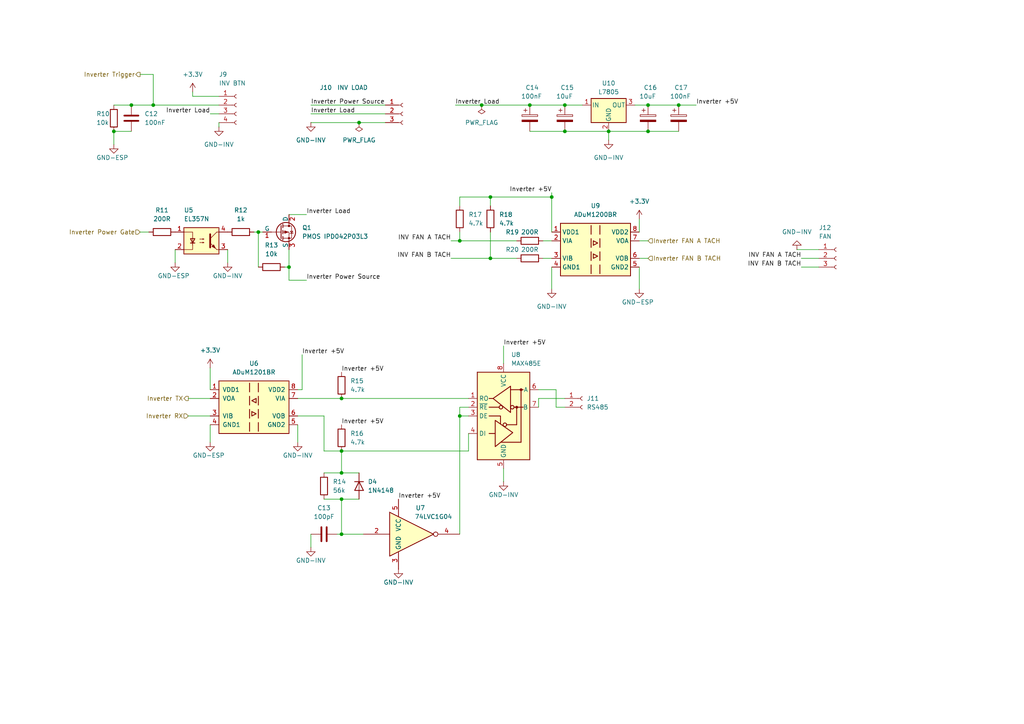
<source format=kicad_sch>
(kicad_sch (version 20241209) (generator "eeschema") (generator_version "9.0")
  (paper "A4")
  (lib_symbols
    (symbol "74xGxx:74LVC1G04"
      (property "Reference" "U" (at 0 7.62 0))
      (property "Value" "74LVC1G04" (at 5.08 -7.62 0))
      (symbol "74LVC1G04_0_1"
        (polyline (pts (xy -7.62 6.35) (xy -7.62 -6.35) (xy 5.08 0) (xy -7.62 6.35)) (stroke (width 0.254)) (fill (type background)))
      )
      (symbol "74LVC1G04_1_1"
        (pin input line (at -15.24 0 0) (length 7.62) (name "~") (number "2"))
        (pin power_in line (at -5.08 10.16 270) (length 5.08) (name "VCC") (number "5"))
        (pin power_in line (at -5.08 -10.16 90) (length 5.08) (name "GND") (number "3"))
        (pin output inverted (at 12.7 0 180) (length 7.62) (name "~") (number "4"))
      )
    )
    (symbol "Connector:Conn_01x02_Socket" (pin_names (offset 1.016) (hide yes))
      (property "Reference" "J" (at 0 2.54 0))
      (property "Value" "Conn_01x02_Socket" (at 0 -5.08 0))
      (symbol "Conn_01x02_Socket_1_1"
        (polyline (pts (xy -1.27 0) (xy -0.508 0)) (stroke (width 0.1524)))
        (polyline (pts (xy -1.27 -2.54) (xy -0.508 -2.54)) (stroke (width 0.1524)))
        (arc (start 0 -0.508) (mid -0.5058 0) (end 0 0.508) (stroke (width 0.1524)))
        (arc (start 0 -3.048) (mid -0.5058 -2.54) (end 0 -2.032) (stroke (width 0.1524)))
        (pin passive line (at -5.08 0 0) (length 3.81) (name "Pin_1") (number "1"))
        (pin passive line (at -5.08 -2.54 0) (length 3.81) (name "Pin_2") (number "2"))
      )
    )
    (symbol "Connector:Conn_01x03_Socket" (pin_names (offset 1.016) (hide yes))
      (property "Reference" "J" (at 0 5.08 0))
      (property "Value" "Conn_01x03_Socket" (at 0 -5.08 0))
      (symbol "Conn_01x03_Socket_1_1"
        (polyline (pts (xy -1.27 2.54) (xy -0.508 2.54)) (stroke (width 0.1524)))
        (polyline (pts (xy -1.27 0) (xy -0.508 0)) (stroke (width 0.1524)))
        (polyline (pts (xy -1.27 -2.54) (xy -0.508 -2.54)) (stroke (width 0.1524)))
        (arc (start 0 2.032) (mid -0.5058 2.54) (end 0 3.048) (stroke (width 0.1524)))
        (arc (start 0 -0.508) (mid -0.5058 0) (end 0 0.508) (stroke (width 0.1524)))
        (arc (start 0 -3.048) (mid -0.5058 -2.54) (end 0 -2.032) (stroke (width 0.1524)))
        (pin passive line (at -5.08 2.54 0) (length 3.81) (name "Pin_1") (number "1"))
        (pin passive line (at -5.08 0 0) (length 3.81) (name "Pin_2") (number "2"))
        (pin passive line (at -5.08 -2.54 0) (length 3.81) (name "Pin_3") (number "3"))
      )
    )
    (symbol "Connector:Conn_01x04_Socket" (pin_names (offset 1.016) (hide yes))
      (property "Reference" "J" (at 0 5.08 0))
      (property "Value" "Conn_01x04_Socket" (at 0 -7.62 0))
      (symbol "Conn_01x04_Socket_1_1"
        (polyline (pts (xy -1.27 2.54) (xy -0.508 2.54)) (stroke (width 0.1524)))
        (polyline (pts (xy -1.27 0) (xy -0.508 0)) (stroke (width 0.1524)))
        (polyline (pts (xy -1.27 -2.54) (xy -0.508 -2.54)) (stroke (width 0.1524)))
        (polyline (pts (xy -1.27 -5.08) (xy -0.508 -5.08)) (stroke (width 0.1524)))
        (arc (start 0 2.032) (mid -0.5058 2.54) (end 0 3.048) (stroke (width 0.1524)))
        (arc (start 0 -0.508) (mid -0.5058 0) (end 0 0.508) (stroke (width 0.1524)))
        (arc (start 0 -3.048) (mid -0.5058 -2.54) (end 0 -2.032) (stroke (width 0.1524)))
        (arc (start 0 -5.588) (mid -0.5058 -5.08) (end 0 -4.572) (stroke (width 0.1524)))
        (pin passive line (at -5.08 2.54 0) (length 3.81) (name "Pin_1") (number "1"))
        (pin passive line (at -5.08 0 0) (length 3.81) (name "Pin_2") (number "2"))
        (pin passive line (at -5.08 -2.54 0) (length 3.81) (name "Pin_3") (number "3"))
        (pin passive line (at -5.08 -5.08 0) (length 3.81) (name "Pin_4") (number "4"))
      )
    )
    (symbol "Device:C" (pin_numbers (hide yes)) (pin_names (offset 0.254))
      (property "Reference" "C" (at 0.635 2.54 0))
      (property "Value" "C" (at 0.635 -2.54 0))
      (symbol "C_0_1"
        (polyline (pts (xy -2.032 0.762) (xy 2.032 0.762)) (stroke (width 0.508)))
        (polyline (pts (xy -2.032 -0.762) (xy 2.032 -0.762)) (stroke (width 0.508)))
      )
      (symbol "C_1_1"
        (pin passive line (at 0 3.81 270) (length 2.794) (name "~") (number "1"))
        (pin passive line (at 0 -3.81 90) (length 2.794) (name "~") (number "2"))
      )
    )
    (symbol "Device:C_Polarized" (pin_numbers (hide yes)) (pin_names (offset 0.254))
      (property "Reference" "C" (at 0.635 2.54 0))
      (property "Value" "C_Polarized" (at 0.635 -2.54 0))
      (symbol "C_Polarized_0_1"
        (rectangle (start -2.286 0.508) (end 2.286 1.016))
        (polyline (pts (xy -1.778 2.286) (xy -0.762 2.286)))
        (polyline (pts (xy -1.27 2.794) (xy -1.27 1.778)))
        (rectangle (start 2.286 -0.508) (end -2.286 -1.016) (fill (type outline)))
      )
      (symbol "C_Polarized_1_1"
        (pin passive line (at 0 3.81 270) (length 2.794) (name "~") (number "1"))
        (pin passive line (at 0 -3.81 90) (length 2.794) (name "~") (number "2"))
      )
    )
    (symbol "Device:D" (pin_numbers (hide yes)) (pin_names (offset 1.016) (hide yes))
      (property "Reference" "D" (at 0 2.54 0))
      (property "Value" "D" (at 0 -2.54 0))
      (symbol "D_0_1"
        (polyline (pts (xy -1.27 1.27) (xy -1.27 -1.27)) (stroke (width 0.254)))
        (polyline (pts (xy 1.27 1.27) (xy 1.27 -1.27) (xy -1.27 0) (xy 1.27 1.27)) (stroke (width 0.254)))
        (polyline (pts (xy 1.27 0) (xy -1.27 0)))
      )
      (symbol "D_1_1"
        (pin passive line (at -3.81 0 0) (length 2.54) (name "K") (number "1"))
        (pin passive line (at 3.81 0 180) (length 2.54) (name "A") (number "2"))
      )
    )
    (symbol "Device:R" (pin_numbers (hide yes)) (pin_names (offset 0))
      (property "Reference" "R" (at 2.032 0 90))
      (property "Value" "R" (at 0 0 90))
      (symbol "R_0_1"
        (rectangle (start -1.016 -2.54) (end 1.016 2.54) (stroke (width 0.254)))
      )
      (symbol "R_1_1"
        (pin passive line (at 0 3.81 270) (length 1.27) (name "~") (number "1"))
        (pin passive line (at 0 -3.81 90) (length 1.27) (name "~") (number "2"))
      )
    )
    (symbol "Interface_UART:MAX485E"
      (property "Reference" "U" (at -6.985 13.97 0))
      (property "Value" "MAX485E" (at 1.905 13.97 0))
      (symbol "MAX485E_0_1"
        (rectangle (start -7.62 12.7) (end 7.62 -12.7) (stroke (width 0.254)) (fill (type background)))
        (polyline (pts (xy -4.191 2.54) (xy -1.27 2.54)) (stroke (width 0.254)))
        (polyline (pts (xy -4.191 0) (xy -0.889 0) (xy -0.889 -2.286)) (stroke (width 0.254)))
        (polyline (pts (xy -3.175 5.08) (xy -4.191 5.08) (xy -4.064 5.08)) (stroke (width 0.254)))
        (polyline (pts (xy -2.54 -5.08) (xy -4.191 -5.08)) (stroke (width 0.254)))
        (polyline (pts (xy -2.413 -5.08) (xy -2.413 -1.27) (xy 2.667 -4.826) (xy -2.413 -8.89) (xy -2.413 -5.08)) (stroke (width 0.254)))
        (polyline (pts (xy -0.635 -7.62) (xy 5.08 -7.62)) (stroke (width 0.254)))
        (circle (center 0.381 -2.54) (radius 0.508) (stroke (width 0.254)))
        (polyline (pts (xy 0.889 -2.54) (xy 3.81 -2.54)) (stroke (width 0.254)))
        (polyline (pts (xy 2.032 7.62) (xy 5.715 7.62)) (stroke (width 0.254)))
        (polyline (pts (xy 3.048 2.54) (xy 5.715 2.54)) (stroke (width 0.254)))
        (circle (center 3.81 2.54) (radius 0.2794) (stroke (width 0.254)) (fill (type outline)))
        (polyline (pts (xy 3.81 -2.54) (xy 3.81 2.54)) (stroke (width 0.254)))
        (polyline (pts (xy 5.08 -7.62) (xy 5.08 7.62)) (stroke (width 0.254)))
      )
      (symbol "MAX485E_1_1"
        (circle (center -0.762 2.54) (radius 0.508) (stroke (width 0.254)))
        (polyline (pts (xy 2.032 4.826) (xy 2.032 8.636) (xy -3.048 5.08) (xy 2.032 1.016) (xy 2.032 4.826)) (stroke (width 0.254)))
        (circle (center 2.54 2.54) (radius 0.508) (stroke (width 0.254)))
        (circle (center 5.08 7.62) (radius 0.2794) (stroke (width 0.254)) (fill (type outline)))
        (pin output line (at -10.16 5.08 0) (length 2.54) (name "RO") (number "1"))
        (pin input line (at -10.16 2.54 0) (length 2.54) (name "~{RE}") (number "2"))
        (pin input line (at -10.16 0 0) (length 2.54) (name "DE") (number "3"))
        (pin input line (at -10.16 -5.08 0) (length 2.54) (name "DI") (number "4"))
        (pin power_in line (at 0 15.24 270) (length 2.54) (name "VCC") (number "8"))
        (pin power_in line (at 0 -15.24 90) (length 2.54) (name "GND") (number "5"))
        (pin bidirectional line (at 10.16 7.62 180) (length 2.54) (name "A") (number "6"))
        (pin bidirectional line (at 10.16 2.54 180) (length 2.54) (name "B") (number "7"))
      )
    )
    (symbol "Isolator:ADuM1200BR"
      (property "Reference" "U" (at -10.16 8.89 0))
      (property "Value" "ADuM1200BR" (at -2.032 8.89 0))
      (symbol "ADuM1200BR_0_1"
        (rectangle (start -10.16 7.62) (end 10.16 -7.62) (stroke (width 0.254)) (fill (type background)))
        (polyline (pts (xy -1.27 6.985) (xy -1.27 4.445)) (stroke (width 0.254)))
        (polyline (pts (xy -1.27 3.175) (xy -1.27 0.635)) (stroke (width 0.254)))
        (polyline (pts (xy -1.27 -0.635) (xy -1.27 -3.175)) (stroke (width 0.254)))
        (polyline (pts (xy -1.27 -4.445) (xy -1.27 -6.985)) (stroke (width 0.254)))
        (polyline (pts (xy -0.635 1.27) (xy 0.635 1.905) (xy -0.635 2.54) (xy -0.635 1.27)) (stroke (width 0.254)))
        (polyline (pts (xy -0.635 -1.27) (xy -0.635 -2.54) (xy 0.635 -1.905) (xy -0.635 -1.27)) (stroke (width 0.254)))
        (polyline (pts (xy 1.27 6.985) (xy 1.27 4.445)) (stroke (width 0.254)))
        (polyline (pts (xy 1.27 3.175) (xy 1.27 0.635)) (stroke (width 0.254)))
        (polyline (pts (xy 1.27 -0.635) (xy 1.27 -3.175)) (stroke (width 0.254)))
        (polyline (pts (xy 1.27 -4.445) (xy 1.27 -6.985)) (stroke (width 0.254)))
      )
      (symbol "ADuM1200BR_1_1"
        (pin power_in line (at -12.7 5.08 0) (length 2.54) (name "VDD1") (number "1"))
        (pin input line (at -12.7 2.54 0) (length 2.54) (name "VIA") (number "2"))
        (pin input line (at -12.7 -2.54 0) (length 2.54) (name "VIB") (number "3"))
        (pin power_in line (at -12.7 -5.08 0) (length 2.54) (name "GND1") (number "4"))
        (pin power_in line (at 12.7 5.08 180) (length 2.54) (name "VDD2") (number "8"))
        (pin output line (at 12.7 2.54 180) (length 2.54) (name "VOA") (number "7"))
        (pin output line (at 12.7 -2.54 180) (length 2.54) (name "VOB") (number "6"))
        (pin power_in line (at 12.7 -5.08 180) (length 2.54) (name "GND2") (number "5"))
      )
    )
    (symbol "Isolator:ADuM1201BR" (pin_names (offset 1.016))
      (property "Reference" "U" (at -10.16 8.89 0))
      (property "Value" "ADuM1201BR" (at -2.032 8.89 0))
      (symbol "ADuM1201BR_0_1"
        (rectangle (start -10.16 7.62) (end 10.16 -7.62) (stroke (width 0.254)) (fill (type background)))
        (polyline (pts (xy -1.27 6.985) (xy -1.27 4.445)) (stroke (width 0.254)))
        (polyline (pts (xy -1.27 3.175) (xy -1.27 0.635)) (stroke (width 0.254)))
        (polyline (pts (xy -1.27 -0.635) (xy -1.27 -3.175)) (stroke (width 0.254)))
        (polyline (pts (xy -1.27 -4.445) (xy -1.27 -6.985)) (stroke (width 0.254)))
        (polyline (pts (xy -0.635 -1.27) (xy -0.635 -2.54) (xy 0.635 -1.905) (xy -0.635 -1.27)) (stroke (width 0.254)))
        (polyline (pts (xy 0.635 2.54) (xy 0.635 1.27) (xy -0.635 1.905) (xy 0.635 2.54)) (stroke (width 0.254)))
        (polyline (pts (xy 1.27 6.985) (xy 1.27 4.445)) (stroke (width 0.254)))
        (polyline (pts (xy 1.27 3.175) (xy 1.27 0.635)) (stroke (width 0.254)))
        (polyline (pts (xy 1.27 -0.635) (xy 1.27 -3.175)) (stroke (width 0.254)))
        (polyline (pts (xy 1.27 -4.445) (xy 1.27 -6.985)) (stroke (width 0.254)))
      )
      (symbol "ADuM1201BR_1_1"
        (pin power_in line (at -12.7 5.08 0) (length 2.54) (name "VDD1") (number "1"))
        (pin output line (at -12.7 2.54 0) (length 2.54) (name "VOA") (number "2"))
        (pin input line (at -12.7 -2.54 0) (length 2.54) (name "VIB") (number "3"))
        (pin power_in line (at -12.7 -5.08 0) (length 2.54) (name "GND1") (number "4"))
        (pin power_in line (at 12.7 5.08 180) (length 2.54) (name "VDD2") (number "8"))
        (pin input line (at 12.7 2.54 180) (length 2.54) (name "VIA") (number "7"))
        (pin output line (at 12.7 -2.54 180) (length 2.54) (name "VOB") (number "6"))
        (pin power_in line (at 12.7 -5.08 180) (length 2.54) (name "GND2") (number "5"))
      )
    )
    (symbol "Isolator:SFH617A-1" (pin_names (offset 1.016))
      (property "Reference" "U" (at -5.08 5.08 0))
      (property "Value" "SFH617A-1" (at 0 5.08 0))
      (symbol "SFH617A-1_0_1"
        (rectangle (start -5.08 3.81) (end 5.08 -3.81) (stroke (width 0.254)) (fill (type background)))
        (polyline (pts (xy -5.08 2.54) (xy -2.54 2.54) (xy -2.54 -1.27) (xy -2.54 0.635)))
        (polyline (pts (xy -3.175 -0.635) (xy -1.905 -0.635)) (stroke (width 0.254)))
        (polyline (pts (xy -2.54 -0.635) (xy -3.175 0.635) (xy -1.905 0.635) (xy -2.54 -0.635)) (stroke (width 0.254)))
        (polyline (pts (xy -2.54 -0.635) (xy -2.54 -2.54) (xy -5.08 -2.54)))
        (polyline (pts (xy -0.508 0.508) (xy 0.762 0.508) (xy 0.381 0.381) (xy 0.381 0.635) (xy 0.762 0.508)))
        (polyline (pts (xy -0.508 -0.508) (xy 0.762 -0.508) (xy 0.381 -0.635) (xy 0.381 -0.381) (xy 0.762 -0.508)))
        (polyline (pts (xy 2.54 1.905) (xy 2.54 -1.905) (xy 2.54 -1.905)) (stroke (width 0.508)))
        (polyline (pts (xy 2.54 0.635) (xy 4.445 2.54)))
        (polyline (pts (xy 3.048 -1.651) (xy 3.556 -1.143) (xy 4.064 -2.159) (xy 3.048 -1.651) (xy 3.048 -1.651)) (fill (type outline)))
        (polyline (pts (xy 4.445 2.54) (xy 5.08 2.54)))
        (polyline (pts (xy 4.445 -2.54) (xy 5.08 -2.54)))
        (polyline (pts (xy 4.445 -2.54) (xy 2.54 -0.635)) (fill (type outline)))
      )
      (symbol "SFH617A-1_1_1"
        (pin passive line (at -7.62 2.54 0) (length 2.54) (name "~") (number "1"))
        (pin passive line (at -7.62 -2.54 0) (length 2.54) (name "~") (number "2"))
        (pin passive line (at 7.62 2.54 180) (length 2.54) (name "~") (number "4"))
        (pin passive line (at 7.62 -2.54 180) (length 2.54) (name "~") (number "3"))
      )
    )
    (symbol "Regulator_Linear:L7805" (pin_names (offset 0.254))
      (property "Reference" "U" (at -3.81 3.175 0))
      (property "Value" "L7805" (at 0 3.175 0))
      (symbol "L7805_0_1"
        (rectangle (start -5.08 1.905) (end 5.08 -5.08) (stroke (width 0.254)) (fill (type background)))
      )
      (symbol "L7805_1_1"
        (pin power_in line (at -7.62 0 0) (length 2.54) (name "IN") (number "1"))
        (pin power_in line (at 0 -7.62 90) (length 2.54) (name "GND") (number "2"))
        (pin power_out line (at 7.62 0 180) (length 2.54) (name "OUT") (number "3"))
      )
    )
    (symbol "Simulation_SPICE:PMOS" (pin_names (offset 0))
      (property "Reference" "Q1" (at 6.35 1.2701 0))
      (property "Value" "PMOS IPD042P03L3" (at 6.35 -1.2699 0))
      (symbol "PMOS_0_1"
        (polyline (pts (xy 0.254 1.905) (xy 0.254 -1.905)) (stroke (width 0.254)))
        (polyline (pts (xy 0.254 0) (xy -2.54 0)))
        (polyline (pts (xy 0.762 2.286) (xy 0.762 1.27)) (stroke (width 0.254)))
        (polyline (pts (xy 0.762 1.778) (xy 3.302 1.778) (xy 3.302 -1.778) (xy 0.762 -1.778)))
        (polyline (pts (xy 0.762 0.508) (xy 0.762 -0.508)) (stroke (width 0.254)))
        (polyline (pts (xy 0.762 -1.27) (xy 0.762 -2.286)) (stroke (width 0.254)))
        (circle (center 1.651 0) (radius 2.794) (stroke (width 0.254)))
        (polyline (pts (xy 2.286 0) (xy 1.27 0.381) (xy 1.27 -0.381) (xy 2.286 0)) (fill (type outline)))
        (polyline (pts (xy 2.54 2.54) (xy 2.54 1.778)))
        (circle (center 2.54 1.778) (radius 0.254) (fill (type outline)))
        (circle (center 2.54 -1.778) (radius 0.254) (fill (type outline)))
        (polyline (pts (xy 2.54 -2.54) (xy 2.54 0) (xy 0.762 0)))
        (polyline (pts (xy 2.794 -0.508) (xy 2.921 -0.381) (xy 3.683 -0.381) (xy 3.81 -0.254)))
        (polyline (pts (xy 3.302 -0.381) (xy 2.921 0.254) (xy 3.683 0.254) (xy 3.302 -0.381)))
      )
      (symbol "PMOS_1_1"
        (pin input line (at -5.08 0 0) (length 2.54) (name "G") (number "1"))
        (pin passive line (at 2.54 5.08 270) (length 2.54) (name "D") (number "2"))
        (pin passive line (at 2.54 -5.08 90) (length 2.54) (name "S") (number "3"))
      )
    )
    (symbol "power:+3.3V" (power) (pin_numbers (hide yes)) (pin_names (offset 0) (hide yes))
      (property "Value" "+3.3V" (at 0 3.556 0))
      (symbol "+3.3V_0_1"
        (polyline (pts (xy -0.762 1.27) (xy 0 2.54)))
        (polyline (pts (xy 0 2.54) (xy 0.762 1.27)))
        (polyline (pts (xy 0 0) (xy 0 2.54)))
      )
      (symbol "+3.3V_1_1"
        (pin power_in line (at 0 0 90) (length 0) (name "~") (number "1"))
      )
    )
    (symbol "power:GND" (power) (pin_numbers (hide yes)) (pin_names (offset 0) (hide yes))
      (property "Value" "GND" (at 0 -3.81 0))
      (symbol "GND_0_1"
        (polyline (pts (xy 0 0) (xy 0 -1.27) (xy 1.27 -1.27) (xy 0 -2.54) (xy -1.27 -1.27) (xy 0 -1.27)))
      )
      (symbol "GND_1_1"
        (pin power_in line (at 0 0 270) (length 0) (name "~") (number "1"))
      )
    )
    (symbol "power:GND1" (power) (pin_numbers (hide yes)) (pin_names (offset 0) (hide yes))
      (property "Value" "GND1" (at 0 -3.81 0))
      (symbol "GND1_0_1"
        (polyline (pts (xy 0 0) (xy 0 -1.27) (xy 1.27 -1.27) (xy 0 -2.54) (xy -1.27 -1.27) (xy 0 -1.27)))
      )
      (symbol "GND1_1_1"
        (pin power_in line (at 0 0 270) (length 0) (name "~") (number "1"))
      )
    )
    (symbol "power:PWR_FLAG" (power) (pin_numbers (hide yes)) (pin_names (offset 0) (hide yes))
      (property "Value" "PWR_FLAG" (at 0 3.81 0))
      (symbol "PWR_FLAG_0_0"
        (pin power_out line (at 0 0 90) (length 0) (name "~") (number "1"))
      )
      (symbol "PWR_FLAG_0_1"
        (polyline (pts (xy 0 0) (xy 0 1.27) (xy -1.016 1.905) (xy 0 2.54) (xy 1.016 1.905) (xy 0 1.27)))
      )
    )
  )
  (junction (at 133.35 69.85))
  (junction (at 139.7 30.48))
  (junction (at 176.53 38.1))
  (junction (at 99.06 130.81))
  (junction (at 163.83 30.48))
  (junction (at 44.45 30.48))
  (junction (at 99.06 137.16))
  (junction (at 160.02 57.15))
  (junction (at 99.06 154.94))
  (junction (at 83.82 77.47))
  (junction (at 142.24 57.15))
  (junction (at 163.83 38.1))
  (junction (at 38.1 30.48))
  (junction (at 33.02 38.1))
  (junction (at 104.14 35.56))
  (junction (at 74.93 67.31))
  (junction (at 196.85 30.48))
  (junction (at 187.96 30.48))
  (junction (at 187.96 38.1))
  (junction (at 153.67 30.48))
  (junction (at 99.06 144.78))
  (junction (at 133.35 120.65))
  (junction (at 99.06 115.57))
  (junction (at 142.24 74.93))
  (wire (pts (xy 90.17 33.02) (xy 111.76 33.02)))
  (wire (pts (xy 97.79 154.94) (xy 99.06 154.94)))
  (wire (pts (xy 60.96 33.02) (xy 63.5 33.02)))
  (wire (pts (xy 74.93 67.31) (xy 74.93 77.47)))
  (wire (pts (xy 160.02 83.82) (xy 160.02 77.47)))
  (wire (pts (xy 156.21 115.57) (xy 163.83 115.57)))
  (wire (pts (xy 133.35 118.11) (xy 133.35 120.65)))
  (wire (pts (xy 133.35 67.31) (xy 133.35 69.85)))
  (wire (pts (xy 146.05 139.7) (xy 146.05 135.89)))
  (wire (pts (xy 99.06 115.57) (xy 135.89 115.57)))
  (wire (pts (xy 44.45 30.48) (xy 63.5 30.48)))
  (wire (pts (xy 93.98 137.16) (xy 99.06 137.16)))
  (wire (pts (xy 99.06 130.81) (xy 99.06 137.16)))
  (wire (pts (xy 99.06 154.94) (xy 105.41 154.94)))
  (wire (pts (xy 232.41 74.93) (xy 237.49 74.93)))
  (wire (pts (xy 90.17 154.94) (xy 90.17 158.75)))
  (wire (pts (xy 133.35 57.15) (xy 142.24 57.15)))
  (wire (pts (xy 133.35 59.69) (xy 133.35 57.15)))
  (wire (pts (xy 157.48 69.85) (xy 160.02 69.85)))
  (wire (pts (xy 184.15 30.48) (xy 187.96 30.48)))
  (wire (pts (xy 99.06 137.16) (xy 104.14 137.16)))
  (wire (pts (xy 135.89 130.81) (xy 135.89 125.73)))
  (wire (pts (xy 163.83 38.1) (xy 176.53 38.1)))
  (wire (pts (xy 88.9 62.23) (xy 83.82 62.23)))
  (wire (pts (xy 232.41 77.47) (xy 237.49 77.47)))
  (wire (pts (xy 87.63 102.87) (xy 87.63 113.03)))
  (wire (pts (xy 160.02 55.88) (xy 160.02 57.15)))
  (wire (pts (xy 130.81 69.85) (xy 133.35 69.85)))
  (wire (pts (xy 176.53 40.64) (xy 176.53 38.1)))
  (wire (pts (xy 130.81 74.93) (xy 142.24 74.93)))
  (wire (pts (xy 185.42 63.5) (xy 185.42 67.31)))
  (wire (pts (xy 187.96 69.85) (xy 185.42 69.85)))
  (wire (pts (xy 133.35 118.11) (xy 135.89 118.11)))
  (wire (pts (xy 161.29 113.03) (xy 161.29 118.11)))
  (wire (pts (xy 83.82 77.47) (xy 83.82 72.39)))
  (wire (pts (xy 55.88 27.94) (xy 63.5 27.94)))
  (wire (pts (xy 40.64 67.31) (xy 43.18 67.31)))
  (wire (pts (xy 50.8 76.2) (xy 50.8 72.39)))
  (wire (pts (xy 156.21 113.03) (xy 161.29 113.03)))
  (wire (pts (xy 187.96 74.93) (xy 185.42 74.93)))
  (wire (pts (xy 161.29 118.11) (xy 163.83 118.11)))
  (wire (pts (xy 157.48 74.93) (xy 160.02 74.93)))
  (wire (pts (xy 142.24 57.15) (xy 160.02 57.15)))
  (wire (pts (xy 142.24 57.15) (xy 142.24 59.69)))
  (wire (pts (xy 142.24 67.31) (xy 142.24 74.93)))
  (wire (pts (xy 82.55 77.47) (xy 83.82 77.47)))
  (wire (pts (xy 146.05 100.33) (xy 146.05 105.41)))
  (wire (pts (xy 66.04 76.2) (xy 66.04 72.39)))
  (wire (pts (xy 153.67 30.48) (xy 163.83 30.48)))
  (wire (pts (xy 63.5 36.83) (xy 63.5 35.56)))
  (wire (pts (xy 40.64 21.59) (xy 44.45 21.59)))
  (wire (pts (xy 187.96 30.48) (xy 196.85 30.48)))
  (wire (pts (xy 38.1 30.48) (xy 44.45 30.48)))
  (wire (pts (xy 60.96 128.27) (xy 60.96 123.19)))
  (wire (pts (xy 86.36 123.19) (xy 86.36 128.27)))
  (wire (pts (xy 185.42 83.82) (xy 185.42 77.47)))
  (wire (pts (xy 139.7 30.48) (xy 153.67 30.48)))
  (wire (pts (xy 99.06 144.78) (xy 104.14 144.78)))
  (wire (pts (xy 196.85 30.48) (xy 201.93 30.48)))
  (wire (pts (xy 231.14 72.39) (xy 237.49 72.39)))
  (wire (pts (xy 88.9 81.28) (xy 83.82 81.28)))
  (wire (pts (xy 54.61 115.57) (xy 60.96 115.57)))
  (wire (pts (xy 93.98 120.65) (xy 93.98 130.81)))
  (wire (pts (xy 93.98 120.65) (xy 86.36 120.65)))
  (wire (pts (xy 99.06 130.81) (xy 135.89 130.81)))
  (wire (pts (xy 33.02 38.1) (xy 33.02 41.91)))
  (wire (pts (xy 156.21 115.57) (xy 156.21 118.11)))
  (wire (pts (xy 133.35 120.65) (xy 133.35 154.94)))
  (wire (pts (xy 54.61 120.65) (xy 60.96 120.65)))
  (wire (pts (xy 87.63 113.03) (xy 86.36 113.03)))
  (wire (pts (xy 60.96 106.68) (xy 60.96 113.03)))
  (wire (pts (xy 187.96 38.1) (xy 196.85 38.1)))
  (wire (pts (xy 133.35 69.85) (xy 149.86 69.85)))
  (wire (pts (xy 33.02 38.1) (xy 38.1 38.1)))
  (wire (pts (xy 73.66 67.31) (xy 74.93 67.31)))
  (wire (pts (xy 153.67 38.1) (xy 163.83 38.1)))
  (wire (pts (xy 104.14 35.56) (xy 111.76 35.56)))
  (wire (pts (xy 55.88 26.67) (xy 55.88 27.94)))
  (wire (pts (xy 44.45 21.59) (xy 44.45 30.48)))
  (wire (pts (xy 93.98 130.81) (xy 99.06 130.81)))
  (wire (pts (xy 74.93 67.31) (xy 76.2 67.31)))
  (wire (pts (xy 86.36 115.57) (xy 99.06 115.57)))
  (wire (pts (xy 163.83 30.48) (xy 168.91 30.48)))
  (wire (pts (xy 93.98 144.78) (xy 99.06 144.78)))
  (wire (pts (xy 99.06 144.78) (xy 99.06 154.94)))
  (wire (pts (xy 133.35 120.65) (xy 135.89 120.65)))
  (wire (pts (xy 160.02 57.15) (xy 160.02 67.31)))
  (wire (pts (xy 176.53 38.1) (xy 187.96 38.1)))
  (wire (pts (xy 142.24 74.93) (xy 149.86 74.93)))
  (wire (pts (xy 90.17 35.56) (xy 104.14 35.56)))
  (wire (pts (xy 90.17 30.48) (xy 111.76 30.48)))
  (wire (pts (xy 132.08 30.48) (xy 139.7 30.48)))
  (wire (pts (xy 33.02 30.48) (xy 38.1 30.48)))
  (wire (pts (xy 83.82 81.28) (xy 83.82 77.47)))
  (label "Inverter +5V" (at 160.02 55.88 180))
  (label "Inverter Load" (at 60.96 33.02 180))
  (label "INV FAN A TACH" (at 130.81 69.85 180))
  (label "Inverter Load" (at 90.17 33.02 0))
  (label "Inverter Load" (at 132.08 30.48 0))
  (label "INV FAN B TACH" (at 130.81 74.93 180))
  (label "INV FAN A TACH" (at 232.41 74.93 180))
  (label "Inverter +5V" (at 99.06 123.19 0))
  (label "Inverter +5V" (at 99.06 107.95 0))
  (label "Inverter Power Source" (at 90.17 30.48 0))
  (label "Inverter Power Source" (at 88.9 81.28 0))
  (label "INV FAN B TACH" (at 232.41 77.47 180))
  (label "Inverter +5V" (at 87.63 102.87 0))
  (label "Inverter +5V" (at 201.93 30.48 0))
  (label "Inverter Load" (at 88.9 62.23 0))
  (label "Inverter +5V" (at 115.57 144.78 0))
  (label "Inverter +5V" (at 146.05 100.33 0))
  (hierarchical_label "Inverter FAN A TACH" (shape input) (at 187.96 69.85 0))
  (hierarchical_label "Inverter FAN B TACH" (shape input) (at 187.96 74.93 0))
  (hierarchical_label "Inverter Trigger" (shape output) (at 40.64 21.59 180))
  (hierarchical_label "Inverter RX" (shape input) (at 54.61 120.65 180))
  (hierarchical_label "Inverter TX" (shape output) (at 54.61 115.57 180))
  (hierarchical_label "Inverter Power Gate" (shape input) (at 40.64 67.31 180))
  (symbol (lib_id "74xGxx:74LVC1G04") (at 120.65 154.94 0) (unit 1)
    (property "Reference" "U7" (at 121.92 147.32 0))
    (property "Value" "74LVC1G04" (at 125.73 149.86 0))
    (property "Footprint" "Package_TO_SOT_SMD:SOT-23-5" (effects (hide yes)))
    (property "Datasheet" "https://www.ti.com/lit/ds/symlink/sn74lvc1g04.pdf" (effects (hide yes)))
    (property "Description" "Single NOT Gate, Low-Voltage CMOS" (effects (hide yes)))
  )
  (symbol (lib_id "Device:C_Polarized") (at 163.83 34.29 0) (unit 1)
    (property "Reference" "C15" (at 162.56 25.4 0) (effects (justify left)))
    (property "Value" "10uF" (at 161.29 27.94 0) (effects (justify left)))
    (property "Footprint" "Capacitor_SMD:C_1206_3216Metric" (effects (hide yes)))
    (property "Description" "Polarized capacitor" (effects (hide yes)))
  )
  (symbol (lib_id "Isolator:ADuM1200BR") (at 172.72 72.39 0) (unit 1)
    (property "Reference" "U9" (at 172.72 59.69 0))
    (property "Value" "ADuM1200BR" (at 172.72 62.23 0))
    (property "Footprint" "Package_SO:SOIC-8_3.9x4.9mm_P1.27mm" (effects (hide yes)))
    (property "Datasheet" "https://www.analog.com/static/imported-files/data_sheets/ADuM1200_1201.pdf" (effects (hide yes)))
    (property "Description" "Dual-Channel Digital Isolator, 10Mbps 50ns, bidirectional communication, 3V/5V level translation, SOIC-8" (effects (hide yes)))
  )
  (symbol (lib_id "Device:R") (at 69.85 67.31 90) (unit 1)
    (property "Reference" "R12" (at 69.85 60.96 90))
    (property "Value" "1k" (at 69.85 63.5 90))
    (property "Footprint" "Resistor_SMD:R_1206_3216Metric" (effects (hide yes)))
    (property "Description" "Resistor" (effects (hide yes)))
  )
  (symbol (lib_id "Device:C_Polarized") (at 153.67 34.29 0) (unit 1)
    (property "Reference" "C14" (at 152.4 25.4 0) (effects (justify left)))
    (property "Value" "100nF" (at 151.13 27.94 0) (effects (justify left)))
    (property "Footprint" "Capacitor_SMD:C_1206_3216Metric" (effects (hide yes)))
    (property "Description" "Polarized capacitor" (effects (hide yes)))
  )
  (symbol (lib_id "power:GND1") (at 176.53 40.64 0) (unit 1)
    (property "Reference" "#PWR0204" (effects (hide yes)))
    (property "Value" "GND-INV" (at 176.53 45.72 0))
    (property "Description" "Power symbol creates a global label with name \"GND1\" , ground" (effects (hide yes)))
  )
  (symbol (lib_id "power:GND1") (at 90.17 35.56 0) (unit 1)
    (property "Reference" "#PWR0202" (effects (hide yes)))
    (property "Value" "GND-INV" (at 90.17 40.64 0))
    (property "Description" "Power symbol creates a global label with name \"GND1\" , ground" (effects (hide yes)))
  )
  (symbol (lib_id "power:PWR_FLAG") (at 104.14 35.56 180) (unit 1)
    (property "Reference" "#FLG0202" (effects (hide yes)))
    (property "Value" "PWR_FLAG" (at 104.14 40.64 0))
    (property "Description" "Special symbol for telling ERC where power comes from" (effects (hide yes)))
  )
  (symbol (lib_id "Device:R") (at 33.02 34.29 180) (unit 1)
    (property "Reference" "R10" (at 27.94 33.02 0) (effects (justify right)))
    (property "Value" "10k" (at 27.94 35.56 0) (effects (justify right)))
    (property "Footprint" "Resistor_SMD:R_1206_3216Metric" (effects (hide yes)))
    (property "Description" "Resistor" (effects (hide yes)))
  )
  (symbol (lib_id "Device:C_Polarized") (at 187.96 34.29 0) (unit 1)
    (property "Reference" "C16" (at 186.69 25.4 0) (effects (justify left)))
    (property "Value" "10uF" (at 185.42 27.94 0) (effects (justify left)))
    (property "Footprint" "Capacitor_SMD:C_1206_3216Metric" (effects (hide yes)))
    (property "Description" "Polarized capacitor" (effects (hide yes)))
  )
  (symbol (lib_id "Isolator:ADuM1201BR") (at 73.66 118.11 0) (unit 1)
    (property "Reference" "U6" (at 73.66 105.41 0))
    (property "Value" "ADuM1201BR" (at 73.66 107.95 0))
    (property "Footprint" "Package_SO:SOIC-8_3.9x4.9mm_P1.27mm" (effects (hide yes)))
    (property "Datasheet" "https://www.analog.com/static/imported-files/data_sheets/ADuM1200_1201.pdf" (effects (hide yes)))
    (property "Description" "Dual-Channel Digital Isolator, 10Mbps 50ns, bidirectional communication, 3V/5V level translation, SOIC-8" (effects (hide yes)))
  )
  (symbol (lib_id "Device:R") (at 99.06 111.76 0) (unit 1)
    (property "Reference" "R15" (at 101.6 110.4899 0) (effects (justify left)))
    (property "Value" "4.7k" (at 101.6 113.0299 0) (effects (justify left)))
    (property "Footprint" "Resistor_SMD:R_1206_3216Metric" (effects (hide yes)))
    (property "Description" "Resistor" (effects (hide yes)))
  )
  (symbol (lib_id "power:GND1") (at 160.02 83.82 0) (unit 1)
    (property "Reference" "#PWR0210" (effects (hide yes)))
    (property "Value" "GND-INV" (at 160.02 88.9 0))
    (property "Description" "Power symbol creates a global label with name \"GND1\" , ground" (effects (hide yes)))
  )
  (symbol (lib_id "Isolator:SFH617A-1") (at 58.42 69.85 0) (unit 1)
    (property "Reference" "U5" (at 53.34 60.96 0) (effects (justify left)))
    (property "Value" "EL357N" (at 53.34 63.5 0) (effects (justify left)))
    (property "Footprint" "Package_SO:SO-4_4.4x4.3mm_P2.54mm" (effects (hide yes)))
    (property "Datasheet" "http://www.vishay.com/docs/83740/sfh617a.pdf" (effects (hide yes)))
    (property "Description" "Optocoupler, Phototransistor Output, 5300 VRMS, VCEO 70V, CTR% 40-80, -55 to +110 degree Celsius, UL, BSI, FIMKO, cUL, THT PDIP-4" (effects (hide yes)))
  )
  (symbol (lib_id "power:+3.3V") (at 55.88 26.67 0) (mirror y) (unit 1)
    (property "Reference" "#PWR0201" (effects (hide yes)))
    (property "Value" "+3.3V" (at 55.88 21.59 0))
    (property "Description" "Power symbol creates a global label with name \"+3.3V\"" (effects (hide yes)))
  )
  (symbol (lib_id "Device:C") (at 38.1 34.29 0) (unit 1)
    (property "Reference" "C12" (at 41.91 33.0199 0) (effects (justify left)))
    (property "Value" "100nF" (at 41.91 35.5599 0) (effects (justify left)))
    (property "Footprint" "Capacitor_SMD:C_1206_3216Metric" (effects (hide yes)))
    (property "Description" "Unpolarized capacitor" (effects (hide yes)))
  )
  (symbol (lib_id "Connector:Conn_01x03_Socket") (at 116.84 33.02 0) (unit 1)
    (property "Reference" "J10" (at 92.71 25.4 0) (effects (justify left)))
    (property "Value" "INV LOAD" (at 97.79 25.4 0) (effects (justify left)))
    (property "Footprint" "Connector_JST:JST_PH_B3B-PH-K_1x03_P2.00mm_Vertical" (effects (hide yes)))
    (property "Description" "Generic connector, single row, 01x03, script generated" (effects (hide yes)))
  )
  (symbol (lib_id "power:GND") (at 50.8 76.2 0) (unit 1)
    (property "Reference" "#PWR0208" (effects (hide yes)))
    (property "Value" "GND-ESP" (at 45.72 80.01 0) (effects (justify left)))
    (property "Description" "Power symbol creates a global label with name \"GND\" , ground" (effects (hide yes)))
  )
  (symbol (lib_id "Device:R") (at 142.24 63.5 0) (unit 1)
    (property "Reference" "R18" (at 144.78 62.2299 0) (effects (justify left)))
    (property "Value" "4.7k" (at 144.78 64.7699 0) (effects (justify left)))
    (property "Footprint" "Resistor_SMD:R_1206_3216Metric" (effects (hide yes)))
    (property "Description" "Resistor" (effects (hide yes)))
  )
  (symbol (lib_id "power:GND1") (at 90.17 158.75 0) (unit 1)
    (property "Reference" "#PWR0216" (effects (hide yes)))
    (property "Value" "GND-INV" (at 90.17 162.56 0))
    (property "Description" "Power symbol creates a global label with name \"GND1\" , ground" (effects (hide yes)))
  )
  (symbol (lib_id "power:GND") (at 185.42 83.82 0) (unit 1)
    (property "Reference" "#PWR0211" (effects (hide yes)))
    (property "Value" "GND-ESP" (at 180.34 87.63 0) (effects (justify left)))
    (property "Description" "Power symbol creates a global label with name \"GND\" , ground" (effects (hide yes)))
  )
  (symbol (lib_id "Device:R") (at 133.35 63.5 0) (unit 1)
    (property "Reference" "R17" (at 135.89 62.2299 0) (effects (justify left)))
    (property "Value" "4.7k" (at 135.89 64.7699 0) (effects (justify left)))
    (property "Footprint" "Resistor_SMD:R_1206_3216Metric" (effects (hide yes)))
    (property "Description" "Resistor" (effects (hide yes)))
  )
  (symbol (lib_id "power:GND1") (at 231.14 72.39 180) (unit 1)
    (property "Reference" "#PWR0207" (effects (hide yes)))
    (property "Value" "GND-INV" (at 231.14 67.2631 0))
    (property "Description" "Power symbol creates a global label with name \"GND1\" , ground" (effects (hide yes)))
  )
  (symbol (lib_id "Device:R") (at 153.67 74.93 270) (unit 1)
    (property "Reference" "R20" (at 148.59 72.39 90))
    (property "Value" "200R" (at 153.67 72.39 90))
    (property "Footprint" "Resistor_SMD:R_1206_3216Metric" (effects (hide yes)))
    (property "Description" "Resistor" (effects (hide yes)))
  )
  (symbol (lib_id "power:GND") (at 33.02 41.91 0) (unit 1)
    (property "Reference" "#PWR0205" (effects (hide yes)))
    (property "Value" "GND-ESP" (at 27.94 45.72 0) (effects (justify left)))
    (property "Description" "Power symbol creates a global label with name \"GND\" , ground" (effects (hide yes)))
  )
  (symbol (lib_id "Connector:Conn_01x04_Socket") (at 68.58 30.48 0) (unit 1)
    (property "Reference" "J9" (at 63.5 21.59 0) (effects (justify left)))
    (property "Value" "INV BTN" (at 63.5 24.13 0) (effects (justify left)))
    (property "Footprint" "Connector_JST:JST_PH_B4B-PH-K_1x04_P2.00mm_Vertical" (effects (hide yes)))
    (property "Description" "Generic connector, single row, 01x04, script generated" (effects (hide yes)))
  )
  (symbol (lib_id "Device:R") (at 46.99 67.31 90) (unit 1)
    (property "Reference" "R11" (at 46.99 60.96 90))
    (property "Value" "200R" (at 46.99 63.5 90))
    (property "Footprint" "Resistor_SMD:R_1206_3216Metric" (effects (hide yes)))
    (property "Description" "Resistor" (effects (hide yes)))
  )
  (symbol (lib_id "Device:R") (at 78.74 77.47 90) (unit 1)
    (property "Reference" "R13" (at 78.74 71.12 90))
    (property "Value" "10k" (at 78.74 73.66 90))
    (property "Footprint" "Resistor_SMD:R_1206_3216Metric" (effects (hide yes)))
    (property "Description" "Resistor" (effects (hide yes)))
  )
  (symbol (lib_id "Device:C_Polarized") (at 196.85 34.29 0) (unit 1)
    (property "Reference" "C17" (at 195.58 25.4 0) (effects (justify left)))
    (property "Value" "100nF" (at 194.31 27.94 0) (effects (justify left)))
    (property "Footprint" "Capacitor_SMD:C_1206_3216Metric" (effects (hide yes)))
    (property "Description" "Polarized capacitor" (effects (hide yes)))
  )
  (symbol (lib_id "power:+3.3V") (at 185.42 63.5 0) (unit 1)
    (property "Reference" "#PWR0206" (effects (hide yes)))
    (property "Value" "+3.3V" (at 185.42 58.42 0))
    (property "Description" "Power symbol creates a global label with name \"+3.3V\"" (effects (hide yes)))
  )
  (symbol (lib_id "Regulator_Linear:L7805") (at 176.53 30.48 0) (unit 1)
    (property "Reference" "U10" (at 176.53 24.13 0))
    (property "Value" "L7805" (at 176.53 26.67 0))
    (property "Footprint" "Package_TO_SOT_SMD:TO-252-2" (effects (hide yes)))
    (property "Datasheet" "http://www.st.com/content/ccc/resource/technical/document/datasheet/41/4f/b3/b0/12/d4/47/88/CD00000444.pdf/files/CD00000444.pdf/jcr:content/translations/en.CD00000444.pdf" (effects (hide yes)))
    (property "Description" "Positive 1.5A 35V Linear Regulator, Fixed Output 5V, TO-220/TO-263/TO-252" (effects (hide yes)))
  )
  (symbol (lib_id "Connector:Conn_01x02_Socket") (at 168.91 115.57 0) (unit 1)
    (property "Reference" "J11" (at 170.18 115.57 0) (effects (justify left)))
    (property "Value" "RS485" (at 170.18 118.11 0) (effects (justify left)))
    (property "Footprint" "Connector_JST:JST_XH_B2B-XH-A_1x02_P2.50mm_Vertical" (effects (hide yes)))
    (property "Description" "Generic connector, single row, 01x02, script generated" (effects (hide yes)))
  )
  (symbol (lib_id "power:GND1") (at 86.36 128.27 0) (unit 1)
    (property "Reference" "#PWR0214" (effects (hide yes)))
    (property "Value" "GND-INV" (at 86.36 132.08 0))
    (property "Description" "Power symbol creates a global label with name \"GND1\" , ground" (effects (hide yes)))
  )
  (symbol (lib_id "power:PWR_FLAG") (at 139.7 30.48 180) (unit 1)
    (property "Reference" "#FLG0201" (effects (hide yes)))
    (property "Value" "PWR_FLAG" (at 139.7 35.56 0))
    (property "Description" "Special symbol for telling ERC where power comes from" (effects (hide yes)))
  )
  (symbol (lib_id "Device:R") (at 93.98 140.97 0) (unit 1)
    (property "Reference" "R14" (at 96.52 139.6999 0) (effects (justify left)))
    (property "Value" "56k" (at 96.52 142.2399 0) (effects (justify left)))
    (property "Footprint" "Resistor_SMD:R_1206_3216Metric" (effects (hide yes)))
    (property "Description" "Resistor" (effects (hide yes)))
  )
  (symbol (lib_id "power:GND") (at 60.96 128.27 0) (unit 1)
    (property "Reference" "#PWR0213" (effects (hide yes)))
    (property "Value" "GND-ESP" (at 55.88 132.08 0) (effects (justify left)))
    (property "Description" "Power symbol creates a global label with name \"GND\" , ground" (effects (hide yes)))
  )
  (symbol (lib_id "Connector:Conn_01x03_Socket") (at 242.57 74.93 0) (unit 1)
    (property "Reference" "J12" (at 237.49 66.04 0) (effects (justify left)))
    (property "Value" "FAN" (at 237.49 68.58 0) (effects (justify left)))
    (property "Footprint" "Connector_JST:JST_PH_B3B-PH-K_1x03_P2.00mm_Vertical" (effects (hide yes)))
    (property "Description" "Generic connector, single row, 01x03, script generated" (effects (hide yes)))
  )
  (symbol (lib_id "Device:D") (at 104.14 140.97 270) (unit 1)
    (property "Reference" "D4" (at 106.68 139.6999 90) (effects (justify left)))
    (property "Value" "1N4148" (at 106.68 142.2399 90) (effects (justify left)))
    (property "Footprint" "Diode_SMD:D_SOD-123" (effects (hide yes)))
    (property "Description" "Diode" (effects (hide yes)))
    (property "Sim.Device" "D" (effects (hide yes)))
    (property "Sim.Pins" "1=K 2=A" (effects (hide yes)))
  )
  (symbol (lib_id "Interface_UART:MAX485E") (at 146.05 120.65 0) (unit 1)
    (property "Reference" "U8" (at 148.2441 102.87 0) (effects (justify left)))
    (property "Value" "MAX485E" (at 148.2441 105.41 0) (effects (justify left)))
    (property "Footprint" "Package_SO:SOIC-8_3.9x4.9mm_P1.27mm" (effects (hide yes)))
    (property "Datasheet" "https://datasheets.maximintegrated.com/en/ds/MAX1487E-MAX491E.pdf" (effects (hide yes)))
    (property "Description" "Half duplex RS-485/RS-422, 2.5 Mbps, ±15kV electro-static discharge (ESD) protection, no slew-rate, no low-power shutdown, with receiver/driver enable, 32 receiver drive capability, DIP-8 and SOIC-8" (effects (hide yes)))
  )
  (symbol (lib_id "Device:C") (at 93.98 154.94 90) (unit 1)
    (property "Reference" "C13" (at 93.98 147.32 90))
    (property "Value" "100pF" (at 93.98 149.86 90))
    (property "Footprint" "Capacitor_SMD:C_1206_3216Metric" (effects (hide yes)))
    (property "Description" "Unpolarized capacitor" (effects (hide yes)))
  )
  (symbol (lib_id "power:GND1") (at 63.5 36.83 0) (unit 1)
    (property "Reference" "#PWR0203" (effects (hide yes)))
    (property "Value" "GND-INV" (at 63.5 41.91 0))
    (property "Description" "Power symbol creates a global label with name \"GND1\" , ground" (effects (hide yes)))
  )
  (symbol (lib_id "Device:R") (at 99.06 127 0) (unit 1)
    (property "Reference" "R16" (at 101.6 125.7299 0) (effects (justify left)))
    (property "Value" "4.7k" (at 101.6 128.2699 0) (effects (justify left)))
    (property "Footprint" "Resistor_SMD:R_1206_3216Metric" (effects (hide yes)))
    (property "Description" "Resistor" (effects (hide yes)))
  )
  (symbol (lib_id "Simulation_SPICE:PMOS") (at 81.28 67.31 0) (unit 1)
    (property "Reference" "Q1" (at 87.63 66.0399 0) (effects (justify left)))
    (property "Value" "PMOS IPD042P03L3" (at 87.63 68.5799 0) (effects (justify left)))
    (property "Footprint" "Package_TO_SOT_SMD:TO-252-2" (effects (hide yes)))
    (property "Datasheet" "https://ngspice.sourceforge.io/docs/ngspice-html-manual/manual.xhtml#cha_MOSFETs" (effects (hide yes)))
    (property "Description" "P-MOSFET transistor, drain/source/gate" (effects (hide yes)))
    (property "Sim.Device" "PMOS" (effects (hide yes)))
    (property "Sim.Type" "VDMOS" (effects (hide yes)))
    (property "Sim.Pins" "1=D 2=G 3=S" (effects (hide yes)))
  )
  (symbol (lib_id "power:GND1") (at 115.57 165.1 0) (unit 1)
    (property "Reference" "#PWR0217" (effects (hide yes)))
    (property "Value" "GND-INV" (at 115.57 168.91 0))
    (property "Description" "Power symbol creates a global label with name \"GND1\" , ground" (effects (hide yes)))
  )
  (symbol (lib_id "Device:R") (at 153.67 69.85 270) (unit 1)
    (property "Reference" "R19" (at 148.59 67.31 90))
    (property "Value" "200R" (at 153.67 67.31 90))
    (property "Footprint" "Resistor_SMD:R_1206_3216Metric" (effects (hide yes)))
    (property "Description" "Resistor" (effects (hide yes)))
  )
  (symbol (lib_id "power:GND1") (at 66.04 76.2 0) (unit 1)
    (property "Reference" "#PWR0209" (effects (hide yes)))
    (property "Value" "GND-INV" (at 66.04 80.01 0))
    (property "Description" "Power symbol creates a global label with name \"GND1\" , ground" (effects (hide yes)))
  )
  (symbol (lib_id "power:+3.3V") (at 60.96 106.68 0) (mirror y) (unit 1)
    (property "Reference" "#PWR0212" (effects (hide yes)))
    (property "Value" "+3.3V" (at 60.96 101.6 0))
    (property "Description" "Power symbol creates a global label with name \"+3.3V\"" (effects (hide yes)))
  )
  (symbol (lib_id "power:GND1") (at 146.05 139.7 0) (unit 1)
    (property "Reference" "#PWR0215" (effects (hide yes)))
    (property "Value" "GND-INV" (at 146.05 143.51 0))
    (property "Description" "Power symbol creates a global label with name \"GND1\" , ground" (effects (hide yes)))
  )
)
</source>
